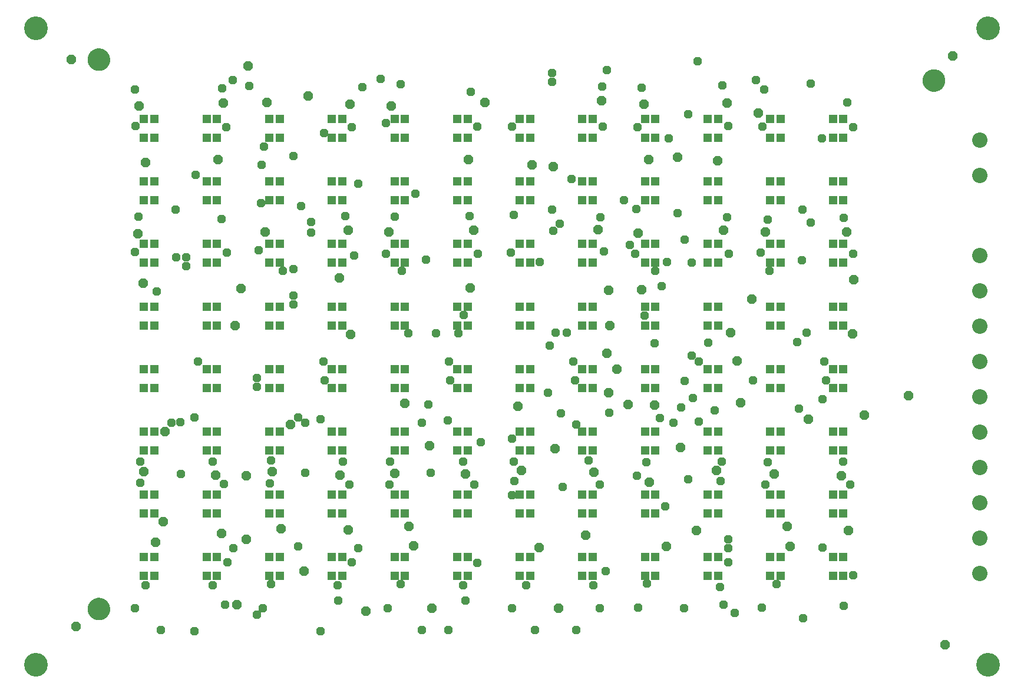
<source format=gts>
G75*
%MOIN*%
%OFA0B0*%
%FSLAX25Y25*%
%IPPOS*%
%LPD*%
%AMOC8*
5,1,8,0,0,1.08239X$1,22.5*
%
%ADD10C,0.13398*%
%ADD11C,0.08674*%
%ADD12R,0.04737X0.04737*%
%ADD13C,0.08600*%
%ADD14C,0.04800*%
%ADD15OC8,0.05550*%
%ADD16OC8,0.04800*%
D10*
X0083225Y0065052D03*
X0621650Y0065052D03*
X0621650Y0425209D03*
X0083225Y0425209D03*
D11*
X0617016Y0362058D03*
X0617016Y0342058D03*
X0616964Y0296519D03*
X0616964Y0276519D03*
X0616964Y0256519D03*
X0616964Y0236519D03*
X0616964Y0216519D03*
X0616964Y0196519D03*
X0616964Y0176519D03*
X0616964Y0156519D03*
X0616964Y0136519D03*
X0616964Y0116519D03*
D12*
X0539839Y0115406D03*
X0533934Y0115406D03*
X0533934Y0126036D03*
X0539839Y0126036D03*
X0504406Y0126036D03*
X0498501Y0126036D03*
X0498501Y0115406D03*
X0504406Y0115406D03*
X0468973Y0115406D03*
X0463068Y0115406D03*
X0463068Y0126036D03*
X0468973Y0126036D03*
X0433540Y0126036D03*
X0427635Y0126036D03*
X0427635Y0115406D03*
X0433540Y0115406D03*
X0398107Y0115406D03*
X0392202Y0115406D03*
X0392202Y0126036D03*
X0398107Y0126036D03*
X0362674Y0126036D03*
X0356769Y0126036D03*
X0356769Y0115406D03*
X0362674Y0115406D03*
X0327241Y0115406D03*
X0321335Y0115406D03*
X0321335Y0126036D03*
X0327241Y0126036D03*
X0291808Y0126036D03*
X0285902Y0126036D03*
X0285902Y0115406D03*
X0291808Y0115406D03*
X0256375Y0115406D03*
X0250469Y0115406D03*
X0250469Y0126036D03*
X0256375Y0126036D03*
X0220942Y0126036D03*
X0215036Y0126036D03*
X0215036Y0115406D03*
X0220942Y0115406D03*
X0185509Y0115406D03*
X0179603Y0115406D03*
X0179603Y0126036D03*
X0185509Y0126036D03*
X0150076Y0126036D03*
X0144170Y0126036D03*
X0144170Y0115406D03*
X0150076Y0115406D03*
X0150076Y0150839D03*
X0144170Y0150839D03*
X0144170Y0161469D03*
X0150076Y0161469D03*
X0179603Y0161469D03*
X0185509Y0161469D03*
X0185509Y0150839D03*
X0179603Y0150839D03*
X0215036Y0150839D03*
X0220942Y0150839D03*
X0220942Y0161469D03*
X0215036Y0161469D03*
X0215036Y0186272D03*
X0220942Y0186272D03*
X0220942Y0196902D03*
X0215036Y0196902D03*
X0185509Y0196902D03*
X0179603Y0196902D03*
X0179603Y0186272D03*
X0185509Y0186272D03*
X0150076Y0186272D03*
X0144170Y0186272D03*
X0144170Y0196902D03*
X0150076Y0196902D03*
X0150076Y0221706D03*
X0144170Y0221706D03*
X0144170Y0232335D03*
X0150076Y0232335D03*
X0179603Y0232335D03*
X0185509Y0232335D03*
X0185509Y0221706D03*
X0179603Y0221706D03*
X0215036Y0221706D03*
X0220942Y0221706D03*
X0220942Y0232335D03*
X0215036Y0232335D03*
X0250469Y0232335D03*
X0256375Y0232335D03*
X0256375Y0221706D03*
X0250469Y0221706D03*
X0250469Y0196902D03*
X0256375Y0196902D03*
X0256375Y0186272D03*
X0250469Y0186272D03*
X0250469Y0161469D03*
X0256375Y0161469D03*
X0256375Y0150839D03*
X0250469Y0150839D03*
X0285902Y0150839D03*
X0291808Y0150839D03*
X0291808Y0161469D03*
X0285902Y0161469D03*
X0285902Y0186272D03*
X0291808Y0186272D03*
X0291808Y0196902D03*
X0285902Y0196902D03*
X0285902Y0221706D03*
X0291808Y0221706D03*
X0291808Y0232335D03*
X0285902Y0232335D03*
X0321335Y0232335D03*
X0327241Y0232335D03*
X0327241Y0221706D03*
X0321335Y0221706D03*
X0321335Y0196902D03*
X0327241Y0196902D03*
X0327241Y0186272D03*
X0321335Y0186272D03*
X0321335Y0161469D03*
X0327241Y0161469D03*
X0327241Y0150839D03*
X0321335Y0150839D03*
X0356769Y0150839D03*
X0362674Y0150839D03*
X0362674Y0161469D03*
X0356769Y0161469D03*
X0356769Y0186272D03*
X0362674Y0186272D03*
X0362674Y0196902D03*
X0356769Y0196902D03*
X0356769Y0221706D03*
X0362674Y0221706D03*
X0362674Y0232335D03*
X0356769Y0232335D03*
X0392202Y0232335D03*
X0398107Y0232335D03*
X0398107Y0221706D03*
X0392202Y0221706D03*
X0392202Y0196902D03*
X0398107Y0196902D03*
X0398107Y0186272D03*
X0392202Y0186272D03*
X0392202Y0161469D03*
X0398107Y0161469D03*
X0398107Y0150839D03*
X0392202Y0150839D03*
X0427635Y0150839D03*
X0433540Y0150839D03*
X0433540Y0161469D03*
X0427635Y0161469D03*
X0427635Y0186272D03*
X0433540Y0186272D03*
X0433540Y0196902D03*
X0427635Y0196902D03*
X0427635Y0221706D03*
X0433540Y0221706D03*
X0433540Y0232335D03*
X0427635Y0232335D03*
X0463068Y0232335D03*
X0468973Y0232335D03*
X0468973Y0221706D03*
X0463068Y0221706D03*
X0463068Y0196902D03*
X0468973Y0196902D03*
X0468973Y0186272D03*
X0463068Y0186272D03*
X0463068Y0161469D03*
X0468973Y0161469D03*
X0468973Y0150839D03*
X0463068Y0150839D03*
X0498501Y0150839D03*
X0504406Y0150839D03*
X0504406Y0161469D03*
X0498501Y0161469D03*
X0498501Y0186272D03*
X0504406Y0186272D03*
X0504406Y0196902D03*
X0498501Y0196902D03*
X0498501Y0221706D03*
X0504406Y0221706D03*
X0504406Y0232335D03*
X0498501Y0232335D03*
X0533934Y0232335D03*
X0539839Y0232335D03*
X0539839Y0221706D03*
X0533934Y0221706D03*
X0533934Y0196902D03*
X0539839Y0196902D03*
X0539839Y0186272D03*
X0533934Y0186272D03*
X0533934Y0161469D03*
X0539839Y0161469D03*
X0539839Y0150839D03*
X0533934Y0150839D03*
X0533934Y0257139D03*
X0539839Y0257139D03*
X0539839Y0267769D03*
X0533934Y0267769D03*
X0504406Y0267769D03*
X0498501Y0267769D03*
X0498501Y0257139D03*
X0504406Y0257139D03*
X0468973Y0257139D03*
X0463068Y0257139D03*
X0463068Y0267769D03*
X0468973Y0267769D03*
X0433540Y0267769D03*
X0427635Y0267769D03*
X0427635Y0257139D03*
X0433540Y0257139D03*
X0398107Y0257139D03*
X0392202Y0257139D03*
X0392202Y0267769D03*
X0398107Y0267769D03*
X0362674Y0267769D03*
X0356769Y0267769D03*
X0356769Y0257139D03*
X0362674Y0257139D03*
X0327241Y0257139D03*
X0321335Y0257139D03*
X0321335Y0267769D03*
X0327241Y0267769D03*
X0291808Y0267769D03*
X0285902Y0267769D03*
X0285902Y0257139D03*
X0291808Y0257139D03*
X0256375Y0257139D03*
X0250469Y0257139D03*
X0250469Y0267769D03*
X0256375Y0267769D03*
X0220942Y0267769D03*
X0215036Y0267769D03*
X0215036Y0257139D03*
X0220942Y0257139D03*
X0185509Y0257139D03*
X0179603Y0257139D03*
X0179603Y0267769D03*
X0185509Y0267769D03*
X0150076Y0267769D03*
X0144170Y0267769D03*
X0144170Y0257139D03*
X0150076Y0257139D03*
X0150076Y0292572D03*
X0144170Y0292572D03*
X0144170Y0303202D03*
X0150076Y0303202D03*
X0179603Y0303202D03*
X0185509Y0303202D03*
X0185509Y0292572D03*
X0179603Y0292572D03*
X0215036Y0292572D03*
X0220942Y0292572D03*
X0220942Y0303202D03*
X0215036Y0303202D03*
X0215036Y0328005D03*
X0220942Y0328005D03*
X0220942Y0338635D03*
X0215036Y0338635D03*
X0185509Y0338635D03*
X0179603Y0338635D03*
X0179603Y0328005D03*
X0185509Y0328005D03*
X0150076Y0328005D03*
X0144170Y0328005D03*
X0144170Y0338635D03*
X0150076Y0338635D03*
X0150076Y0363438D03*
X0144170Y0363438D03*
X0144170Y0374068D03*
X0150076Y0374068D03*
X0179603Y0374068D03*
X0185509Y0374068D03*
X0185509Y0363438D03*
X0179603Y0363438D03*
X0215036Y0363438D03*
X0220942Y0363438D03*
X0220942Y0374068D03*
X0215036Y0374068D03*
X0250469Y0374068D03*
X0256375Y0374068D03*
X0256375Y0363438D03*
X0250469Y0363438D03*
X0250469Y0338635D03*
X0256375Y0338635D03*
X0256375Y0328005D03*
X0250469Y0328005D03*
X0250469Y0303202D03*
X0256375Y0303202D03*
X0256375Y0292572D03*
X0250469Y0292572D03*
X0285902Y0292572D03*
X0291808Y0292572D03*
X0291808Y0303202D03*
X0285902Y0303202D03*
X0285902Y0328005D03*
X0291808Y0328005D03*
X0291808Y0338635D03*
X0285902Y0338635D03*
X0285902Y0363438D03*
X0291808Y0363438D03*
X0291808Y0374068D03*
X0285902Y0374068D03*
X0321335Y0374068D03*
X0327241Y0374068D03*
X0327241Y0363438D03*
X0321335Y0363438D03*
X0321335Y0338635D03*
X0327241Y0338635D03*
X0327241Y0328005D03*
X0321335Y0328005D03*
X0321335Y0303202D03*
X0327241Y0303202D03*
X0327241Y0292572D03*
X0321335Y0292572D03*
X0356769Y0292572D03*
X0362674Y0292572D03*
X0362674Y0303202D03*
X0356769Y0303202D03*
X0356769Y0328005D03*
X0362674Y0328005D03*
X0362674Y0338635D03*
X0356769Y0338635D03*
X0356769Y0363438D03*
X0362674Y0363438D03*
X0362674Y0374068D03*
X0356769Y0374068D03*
X0392202Y0374068D03*
X0398107Y0374068D03*
X0398107Y0363438D03*
X0392202Y0363438D03*
X0392202Y0338635D03*
X0398107Y0338635D03*
X0398107Y0328005D03*
X0392202Y0328005D03*
X0392202Y0303202D03*
X0398107Y0303202D03*
X0398107Y0292572D03*
X0392202Y0292572D03*
X0427635Y0292572D03*
X0433540Y0292572D03*
X0433540Y0303202D03*
X0427635Y0303202D03*
X0427635Y0328005D03*
X0433540Y0328005D03*
X0433540Y0338635D03*
X0427635Y0338635D03*
X0427635Y0363438D03*
X0433540Y0363438D03*
X0433540Y0374068D03*
X0427635Y0374068D03*
X0463068Y0374068D03*
X0468973Y0374068D03*
X0468973Y0363438D03*
X0463068Y0363438D03*
X0463068Y0338635D03*
X0468973Y0338635D03*
X0468973Y0328005D03*
X0463068Y0328005D03*
X0463068Y0303202D03*
X0468973Y0303202D03*
X0468973Y0292572D03*
X0463068Y0292572D03*
X0498501Y0292572D03*
X0504406Y0292572D03*
X0504406Y0303202D03*
X0498501Y0303202D03*
X0498501Y0328005D03*
X0504406Y0328005D03*
X0504406Y0338635D03*
X0498501Y0338635D03*
X0498501Y0363438D03*
X0504406Y0363438D03*
X0504406Y0374068D03*
X0498501Y0374068D03*
X0533934Y0374068D03*
X0539839Y0374068D03*
X0539839Y0363438D03*
X0533934Y0363438D03*
X0533934Y0338635D03*
X0539839Y0338635D03*
X0539839Y0328005D03*
X0533934Y0328005D03*
X0533934Y0303202D03*
X0539839Y0303202D03*
X0539839Y0292572D03*
X0533934Y0292572D03*
D13*
X0589130Y0395761D02*
X0589132Y0395849D01*
X0589138Y0395937D01*
X0589148Y0396025D01*
X0589162Y0396113D01*
X0589179Y0396199D01*
X0589201Y0396285D01*
X0589226Y0396369D01*
X0589256Y0396453D01*
X0589288Y0396535D01*
X0589325Y0396615D01*
X0589365Y0396694D01*
X0589409Y0396771D01*
X0589456Y0396846D01*
X0589506Y0396918D01*
X0589560Y0396989D01*
X0589616Y0397056D01*
X0589676Y0397122D01*
X0589738Y0397184D01*
X0589804Y0397244D01*
X0589871Y0397300D01*
X0589942Y0397354D01*
X0590014Y0397404D01*
X0590089Y0397451D01*
X0590166Y0397495D01*
X0590245Y0397535D01*
X0590325Y0397572D01*
X0590407Y0397604D01*
X0590491Y0397634D01*
X0590575Y0397659D01*
X0590661Y0397681D01*
X0590747Y0397698D01*
X0590835Y0397712D01*
X0590923Y0397722D01*
X0591011Y0397728D01*
X0591099Y0397730D01*
X0591187Y0397728D01*
X0591275Y0397722D01*
X0591363Y0397712D01*
X0591451Y0397698D01*
X0591537Y0397681D01*
X0591623Y0397659D01*
X0591707Y0397634D01*
X0591791Y0397604D01*
X0591873Y0397572D01*
X0591953Y0397535D01*
X0592032Y0397495D01*
X0592109Y0397451D01*
X0592184Y0397404D01*
X0592256Y0397354D01*
X0592327Y0397300D01*
X0592394Y0397244D01*
X0592460Y0397184D01*
X0592522Y0397122D01*
X0592582Y0397056D01*
X0592638Y0396989D01*
X0592692Y0396918D01*
X0592742Y0396846D01*
X0592789Y0396771D01*
X0592833Y0396694D01*
X0592873Y0396615D01*
X0592910Y0396535D01*
X0592942Y0396453D01*
X0592972Y0396369D01*
X0592997Y0396285D01*
X0593019Y0396199D01*
X0593036Y0396113D01*
X0593050Y0396025D01*
X0593060Y0395937D01*
X0593066Y0395849D01*
X0593068Y0395761D01*
X0593066Y0395673D01*
X0593060Y0395585D01*
X0593050Y0395497D01*
X0593036Y0395409D01*
X0593019Y0395323D01*
X0592997Y0395237D01*
X0592972Y0395153D01*
X0592942Y0395069D01*
X0592910Y0394987D01*
X0592873Y0394907D01*
X0592833Y0394828D01*
X0592789Y0394751D01*
X0592742Y0394676D01*
X0592692Y0394604D01*
X0592638Y0394533D01*
X0592582Y0394466D01*
X0592522Y0394400D01*
X0592460Y0394338D01*
X0592394Y0394278D01*
X0592327Y0394222D01*
X0592256Y0394168D01*
X0592184Y0394118D01*
X0592109Y0394071D01*
X0592032Y0394027D01*
X0591953Y0393987D01*
X0591873Y0393950D01*
X0591791Y0393918D01*
X0591707Y0393888D01*
X0591623Y0393863D01*
X0591537Y0393841D01*
X0591451Y0393824D01*
X0591363Y0393810D01*
X0591275Y0393800D01*
X0591187Y0393794D01*
X0591099Y0393792D01*
X0591011Y0393794D01*
X0590923Y0393800D01*
X0590835Y0393810D01*
X0590747Y0393824D01*
X0590661Y0393841D01*
X0590575Y0393863D01*
X0590491Y0393888D01*
X0590407Y0393918D01*
X0590325Y0393950D01*
X0590245Y0393987D01*
X0590166Y0394027D01*
X0590089Y0394071D01*
X0590014Y0394118D01*
X0589942Y0394168D01*
X0589871Y0394222D01*
X0589804Y0394278D01*
X0589738Y0394338D01*
X0589676Y0394400D01*
X0589616Y0394466D01*
X0589560Y0394533D01*
X0589506Y0394604D01*
X0589456Y0394676D01*
X0589409Y0394751D01*
X0589365Y0394828D01*
X0589325Y0394907D01*
X0589288Y0394987D01*
X0589256Y0395069D01*
X0589226Y0395153D01*
X0589201Y0395237D01*
X0589179Y0395323D01*
X0589162Y0395409D01*
X0589148Y0395497D01*
X0589138Y0395585D01*
X0589132Y0395673D01*
X0589130Y0395761D01*
X0116689Y0407572D02*
X0116691Y0407660D01*
X0116697Y0407748D01*
X0116707Y0407836D01*
X0116721Y0407924D01*
X0116738Y0408010D01*
X0116760Y0408096D01*
X0116785Y0408180D01*
X0116815Y0408264D01*
X0116847Y0408346D01*
X0116884Y0408426D01*
X0116924Y0408505D01*
X0116968Y0408582D01*
X0117015Y0408657D01*
X0117065Y0408729D01*
X0117119Y0408800D01*
X0117175Y0408867D01*
X0117235Y0408933D01*
X0117297Y0408995D01*
X0117363Y0409055D01*
X0117430Y0409111D01*
X0117501Y0409165D01*
X0117573Y0409215D01*
X0117648Y0409262D01*
X0117725Y0409306D01*
X0117804Y0409346D01*
X0117884Y0409383D01*
X0117966Y0409415D01*
X0118050Y0409445D01*
X0118134Y0409470D01*
X0118220Y0409492D01*
X0118306Y0409509D01*
X0118394Y0409523D01*
X0118482Y0409533D01*
X0118570Y0409539D01*
X0118658Y0409541D01*
X0118746Y0409539D01*
X0118834Y0409533D01*
X0118922Y0409523D01*
X0119010Y0409509D01*
X0119096Y0409492D01*
X0119182Y0409470D01*
X0119266Y0409445D01*
X0119350Y0409415D01*
X0119432Y0409383D01*
X0119512Y0409346D01*
X0119591Y0409306D01*
X0119668Y0409262D01*
X0119743Y0409215D01*
X0119815Y0409165D01*
X0119886Y0409111D01*
X0119953Y0409055D01*
X0120019Y0408995D01*
X0120081Y0408933D01*
X0120141Y0408867D01*
X0120197Y0408800D01*
X0120251Y0408729D01*
X0120301Y0408657D01*
X0120348Y0408582D01*
X0120392Y0408505D01*
X0120432Y0408426D01*
X0120469Y0408346D01*
X0120501Y0408264D01*
X0120531Y0408180D01*
X0120556Y0408096D01*
X0120578Y0408010D01*
X0120595Y0407924D01*
X0120609Y0407836D01*
X0120619Y0407748D01*
X0120625Y0407660D01*
X0120627Y0407572D01*
X0120625Y0407484D01*
X0120619Y0407396D01*
X0120609Y0407308D01*
X0120595Y0407220D01*
X0120578Y0407134D01*
X0120556Y0407048D01*
X0120531Y0406964D01*
X0120501Y0406880D01*
X0120469Y0406798D01*
X0120432Y0406718D01*
X0120392Y0406639D01*
X0120348Y0406562D01*
X0120301Y0406487D01*
X0120251Y0406415D01*
X0120197Y0406344D01*
X0120141Y0406277D01*
X0120081Y0406211D01*
X0120019Y0406149D01*
X0119953Y0406089D01*
X0119886Y0406033D01*
X0119815Y0405979D01*
X0119743Y0405929D01*
X0119668Y0405882D01*
X0119591Y0405838D01*
X0119512Y0405798D01*
X0119432Y0405761D01*
X0119350Y0405729D01*
X0119266Y0405699D01*
X0119182Y0405674D01*
X0119096Y0405652D01*
X0119010Y0405635D01*
X0118922Y0405621D01*
X0118834Y0405611D01*
X0118746Y0405605D01*
X0118658Y0405603D01*
X0118570Y0405605D01*
X0118482Y0405611D01*
X0118394Y0405621D01*
X0118306Y0405635D01*
X0118220Y0405652D01*
X0118134Y0405674D01*
X0118050Y0405699D01*
X0117966Y0405729D01*
X0117884Y0405761D01*
X0117804Y0405798D01*
X0117725Y0405838D01*
X0117648Y0405882D01*
X0117573Y0405929D01*
X0117501Y0405979D01*
X0117430Y0406033D01*
X0117363Y0406089D01*
X0117297Y0406149D01*
X0117235Y0406211D01*
X0117175Y0406277D01*
X0117119Y0406344D01*
X0117065Y0406415D01*
X0117015Y0406487D01*
X0116968Y0406562D01*
X0116924Y0406639D01*
X0116884Y0406718D01*
X0116847Y0406798D01*
X0116815Y0406880D01*
X0116785Y0406964D01*
X0116760Y0407048D01*
X0116738Y0407134D01*
X0116721Y0407220D01*
X0116707Y0407308D01*
X0116697Y0407396D01*
X0116691Y0407484D01*
X0116689Y0407572D01*
X0116689Y0096548D02*
X0116691Y0096636D01*
X0116697Y0096724D01*
X0116707Y0096812D01*
X0116721Y0096900D01*
X0116738Y0096986D01*
X0116760Y0097072D01*
X0116785Y0097156D01*
X0116815Y0097240D01*
X0116847Y0097322D01*
X0116884Y0097402D01*
X0116924Y0097481D01*
X0116968Y0097558D01*
X0117015Y0097633D01*
X0117065Y0097705D01*
X0117119Y0097776D01*
X0117175Y0097843D01*
X0117235Y0097909D01*
X0117297Y0097971D01*
X0117363Y0098031D01*
X0117430Y0098087D01*
X0117501Y0098141D01*
X0117573Y0098191D01*
X0117648Y0098238D01*
X0117725Y0098282D01*
X0117804Y0098322D01*
X0117884Y0098359D01*
X0117966Y0098391D01*
X0118050Y0098421D01*
X0118134Y0098446D01*
X0118220Y0098468D01*
X0118306Y0098485D01*
X0118394Y0098499D01*
X0118482Y0098509D01*
X0118570Y0098515D01*
X0118658Y0098517D01*
X0118746Y0098515D01*
X0118834Y0098509D01*
X0118922Y0098499D01*
X0119010Y0098485D01*
X0119096Y0098468D01*
X0119182Y0098446D01*
X0119266Y0098421D01*
X0119350Y0098391D01*
X0119432Y0098359D01*
X0119512Y0098322D01*
X0119591Y0098282D01*
X0119668Y0098238D01*
X0119743Y0098191D01*
X0119815Y0098141D01*
X0119886Y0098087D01*
X0119953Y0098031D01*
X0120019Y0097971D01*
X0120081Y0097909D01*
X0120141Y0097843D01*
X0120197Y0097776D01*
X0120251Y0097705D01*
X0120301Y0097633D01*
X0120348Y0097558D01*
X0120392Y0097481D01*
X0120432Y0097402D01*
X0120469Y0097322D01*
X0120501Y0097240D01*
X0120531Y0097156D01*
X0120556Y0097072D01*
X0120578Y0096986D01*
X0120595Y0096900D01*
X0120609Y0096812D01*
X0120619Y0096724D01*
X0120625Y0096636D01*
X0120627Y0096548D01*
X0120625Y0096460D01*
X0120619Y0096372D01*
X0120609Y0096284D01*
X0120595Y0096196D01*
X0120578Y0096110D01*
X0120556Y0096024D01*
X0120531Y0095940D01*
X0120501Y0095856D01*
X0120469Y0095774D01*
X0120432Y0095694D01*
X0120392Y0095615D01*
X0120348Y0095538D01*
X0120301Y0095463D01*
X0120251Y0095391D01*
X0120197Y0095320D01*
X0120141Y0095253D01*
X0120081Y0095187D01*
X0120019Y0095125D01*
X0119953Y0095065D01*
X0119886Y0095009D01*
X0119815Y0094955D01*
X0119743Y0094905D01*
X0119668Y0094858D01*
X0119591Y0094814D01*
X0119512Y0094774D01*
X0119432Y0094737D01*
X0119350Y0094705D01*
X0119266Y0094675D01*
X0119182Y0094650D01*
X0119096Y0094628D01*
X0119010Y0094611D01*
X0118922Y0094597D01*
X0118834Y0094587D01*
X0118746Y0094581D01*
X0118658Y0094579D01*
X0118570Y0094581D01*
X0118482Y0094587D01*
X0118394Y0094597D01*
X0118306Y0094611D01*
X0118220Y0094628D01*
X0118134Y0094650D01*
X0118050Y0094675D01*
X0117966Y0094705D01*
X0117884Y0094737D01*
X0117804Y0094774D01*
X0117725Y0094814D01*
X0117648Y0094858D01*
X0117573Y0094905D01*
X0117501Y0094955D01*
X0117430Y0095009D01*
X0117363Y0095065D01*
X0117297Y0095125D01*
X0117235Y0095187D01*
X0117175Y0095253D01*
X0117119Y0095320D01*
X0117065Y0095391D01*
X0117015Y0095463D01*
X0116968Y0095538D01*
X0116924Y0095615D01*
X0116884Y0095694D01*
X0116847Y0095774D01*
X0116815Y0095856D01*
X0116785Y0095940D01*
X0116760Y0096024D01*
X0116738Y0096110D01*
X0116721Y0096196D01*
X0116707Y0096284D01*
X0116697Y0096372D01*
X0116691Y0096460D01*
X0116689Y0096548D01*
D14*
X0118658Y0096548D03*
X0118658Y0407572D03*
X0591099Y0395761D03*
D15*
X0601631Y0409548D03*
X0491599Y0377363D03*
X0474099Y0382863D03*
X0446099Y0352363D03*
X0429599Y0350863D03*
X0468599Y0350363D03*
X0427099Y0382363D03*
X0403099Y0384363D03*
X0363599Y0347863D03*
X0375599Y0346863D03*
X0401099Y0311363D03*
X0423599Y0309363D03*
X0425599Y0277363D03*
X0407099Y0276863D03*
X0407599Y0256863D03*
X0406099Y0241363D03*
X0411599Y0232363D03*
X0407099Y0218863D03*
X0418099Y0212363D03*
X0433099Y0211863D03*
X0447599Y0187863D03*
X0468099Y0174863D03*
X0500599Y0172863D03*
X0538599Y0171863D03*
X0508099Y0143363D03*
X0509599Y0131863D03*
X0542599Y0140863D03*
X0456599Y0140863D03*
X0439599Y0131863D03*
X0394099Y0138363D03*
X0367599Y0131363D03*
X0378599Y0096863D03*
X0307099Y0096863D03*
X0269599Y0095363D03*
X0234599Y0117863D03*
X0259599Y0141363D03*
X0294099Y0143363D03*
X0296599Y0132363D03*
X0286099Y0173363D03*
X0305599Y0188863D03*
X0326099Y0172863D03*
X0357599Y0174863D03*
X0376599Y0187363D03*
X0398599Y0173863D03*
X0430099Y0168363D03*
X0481599Y0213363D03*
X0479599Y0236863D03*
X0476099Y0252863D03*
X0488099Y0271863D03*
X0495599Y0309863D03*
X0472099Y0310863D03*
X0541599Y0309863D03*
X0545599Y0282863D03*
X0545099Y0252363D03*
X0576699Y0217226D03*
X0551599Y0206363D03*
X0520099Y0203863D03*
X0355599Y0211363D03*
X0291599Y0212863D03*
X0261099Y0251863D03*
X0254599Y0283863D03*
X0282599Y0309863D03*
X0259599Y0310863D03*
X0212599Y0309863D03*
X0199099Y0277863D03*
X0195599Y0256863D03*
X0143599Y0280863D03*
X0140599Y0308863D03*
X0145099Y0349363D03*
X0186099Y0350863D03*
X0189099Y0382863D03*
X0213599Y0383363D03*
X0237099Y0386863D03*
X0260599Y0382363D03*
X0284099Y0381363D03*
X0337099Y0383363D03*
X0327599Y0350863D03*
X0330599Y0310863D03*
X0328599Y0278363D03*
X0227099Y0200863D03*
X0216599Y0174363D03*
X0202099Y0171863D03*
X0184599Y0172363D03*
X0156099Y0196863D03*
X0144099Y0174363D03*
X0155099Y0145863D03*
X0150599Y0134363D03*
X0188099Y0139363D03*
X0202099Y0135863D03*
X0221599Y0141863D03*
X0255099Y0172363D03*
X0196599Y0098863D03*
X0105614Y0086841D03*
X0141531Y0381485D03*
X0103202Y0407515D03*
X0203099Y0403863D03*
X0597378Y0076363D03*
D16*
X0539899Y0098363D03*
X0516899Y0091363D03*
X0493799Y0097263D03*
X0478299Y0094363D03*
X0471899Y0098863D03*
X0470199Y0109063D03*
X0449699Y0097063D03*
X0428699Y0110963D03*
X0423599Y0097263D03*
X0401999Y0096963D03*
X0398299Y0110063D03*
X0405499Y0118163D03*
X0360399Y0110063D03*
X0352299Y0097063D03*
X0365299Y0084663D03*
X0388699Y0084663D03*
X0332799Y0122763D03*
X0324799Y0110063D03*
X0325899Y0101363D03*
X0316499Y0084663D03*
X0301299Y0084663D03*
X0281899Y0096963D03*
X0289499Y0110563D03*
X0261799Y0122863D03*
X0265299Y0130863D03*
X0253799Y0110063D03*
X0253899Y0101363D03*
X0244118Y0083876D03*
X0211512Y0096963D03*
X0207999Y0093263D03*
X0189899Y0098863D03*
X0183199Y0110063D03*
X0191299Y0122863D03*
X0194799Y0130863D03*
X0215999Y0110563D03*
X0231399Y0131863D03*
X0215399Y0167763D03*
X0215999Y0180563D03*
X0235399Y0173563D03*
X0256799Y0180063D03*
X0260299Y0166863D03*
X0283199Y0166963D03*
X0283499Y0180063D03*
X0306399Y0173563D03*
X0324799Y0180063D03*
X0334699Y0190963D03*
X0352399Y0192863D03*
X0353399Y0180063D03*
X0353699Y0169063D03*
X0352399Y0160863D03*
X0331199Y0166863D03*
X0380999Y0165663D03*
X0395799Y0180563D03*
X0401999Y0166963D03*
X0422899Y0172063D03*
X0428399Y0179563D03*
X0451999Y0169963D03*
X0470399Y0168863D03*
X0471199Y0180063D03*
X0496999Y0179763D03*
X0495799Y0166963D03*
X0539799Y0180063D03*
X0543799Y0166863D03*
X0527899Y0131463D03*
X0545299Y0115763D03*
X0501999Y0110563D03*
X0474799Y0122863D03*
X0474799Y0130863D03*
X0474799Y0135863D03*
X0439099Y0154663D03*
X0443599Y0201863D03*
X0436099Y0204663D03*
X0447999Y0210563D03*
X0454599Y0216063D03*
X0450199Y0225763D03*
X0458099Y0236763D03*
X0454199Y0239963D03*
X0463399Y0247463D03*
X0432999Y0246963D03*
X0427299Y0262663D03*
X0437199Y0279263D03*
X0433399Y0288063D03*
X0440199Y0293163D03*
X0454199Y0292763D03*
X0450199Y0305563D03*
X0474999Y0297763D03*
X0493199Y0298263D03*
X0498199Y0288063D03*
X0516299Y0294063D03*
X0545499Y0297763D03*
X0539899Y0317863D03*
X0521399Y0315263D03*
X0516699Y0322663D03*
X0497199Y0317163D03*
X0473899Y0318363D03*
X0446199Y0320563D03*
X0422699Y0322963D03*
X0415699Y0328063D03*
X0402399Y0318363D03*
X0419199Y0302563D03*
X0422199Y0297763D03*
X0404499Y0298963D03*
X0379399Y0314763D03*
X0375699Y0310563D03*
X0375199Y0322663D03*
X0353399Y0319663D03*
X0328399Y0318863D03*
X0332999Y0297763D03*
X0351699Y0298263D03*
X0368199Y0293163D03*
X0324899Y0263063D03*
X0322199Y0252563D03*
X0309299Y0252563D03*
X0293599Y0252563D03*
X0316599Y0236763D03*
X0317499Y0225963D03*
X0304899Y0212363D03*
X0301299Y0201863D03*
X0315999Y0203363D03*
X0372599Y0219163D03*
X0387999Y0225963D03*
X0387099Y0236763D03*
X0373799Y0245763D03*
X0376899Y0252963D03*
X0383299Y0252963D03*
X0379899Y0207363D03*
X0388699Y0201163D03*
X0407499Y0207663D03*
X0458099Y0202563D03*
X0467199Y0209063D03*
X0488599Y0225963D03*
X0514599Y0209863D03*
X0527899Y0215263D03*
X0529999Y0225963D03*
X0529099Y0236763D03*
X0513799Y0247763D03*
X0518899Y0252963D03*
X0385999Y0339963D03*
X0403799Y0369663D03*
X0423399Y0369463D03*
X0440999Y0362963D03*
X0451999Y0376563D03*
X0474799Y0369863D03*
X0493899Y0369763D03*
X0495199Y0390663D03*
X0490399Y0395863D03*
X0471399Y0392863D03*
X0457499Y0406763D03*
X0425699Y0391663D03*
X0405999Y0401563D03*
X0403399Y0392363D03*
X0375199Y0395063D03*
X0375199Y0400063D03*
X0352399Y0369563D03*
X0332799Y0369563D03*
X0328899Y0389363D03*
X0289499Y0393563D03*
X0278199Y0396663D03*
X0267599Y0391863D03*
X0281199Y0371763D03*
X0261799Y0369463D03*
X0246199Y0365963D03*
X0228599Y0352863D03*
X0212199Y0358263D03*
X0210699Y0348163D03*
X0190799Y0369263D03*
X0188399Y0391363D03*
X0194299Y0395863D03*
X0203699Y0392663D03*
X0139199Y0390663D03*
X0139399Y0369963D03*
X0173399Y0342463D03*
X0162199Y0322663D03*
X0140999Y0318563D03*
X0139199Y0298763D03*
X0162299Y0295563D03*
X0167999Y0295763D03*
X0167999Y0290763D03*
X0151499Y0276463D03*
X0190999Y0298263D03*
X0209199Y0299763D03*
X0222599Y0288063D03*
X0228599Y0289063D03*
X0228599Y0274163D03*
X0228599Y0269163D03*
X0245599Y0236763D03*
X0246499Y0225963D03*
X0244118Y0204138D03*
X0235399Y0201863D03*
X0231399Y0204963D03*
X0207999Y0222463D03*
X0207999Y0227463D03*
X0174599Y0236763D03*
X0172631Y0205125D03*
X0164699Y0202263D03*
X0159599Y0201863D03*
X0141899Y0180063D03*
X0142199Y0168063D03*
X0165199Y0173163D03*
X0183199Y0180063D03*
X0189399Y0167463D03*
X0144899Y0110063D03*
X0139037Y0096969D03*
X0153799Y0084663D03*
X0172631Y0083876D03*
X0289999Y0288063D03*
X0281199Y0297763D03*
X0262999Y0296763D03*
X0257899Y0318863D03*
X0238599Y0315563D03*
X0238599Y0309563D03*
X0233199Y0324563D03*
X0210399Y0326363D03*
X0187899Y0317363D03*
X0265299Y0337463D03*
X0286199Y0318663D03*
X0297599Y0331563D03*
X0303699Y0294363D03*
X0521399Y0393963D03*
X0541899Y0383363D03*
X0545299Y0369363D03*
X0527699Y0362963D03*
M02*

</source>
